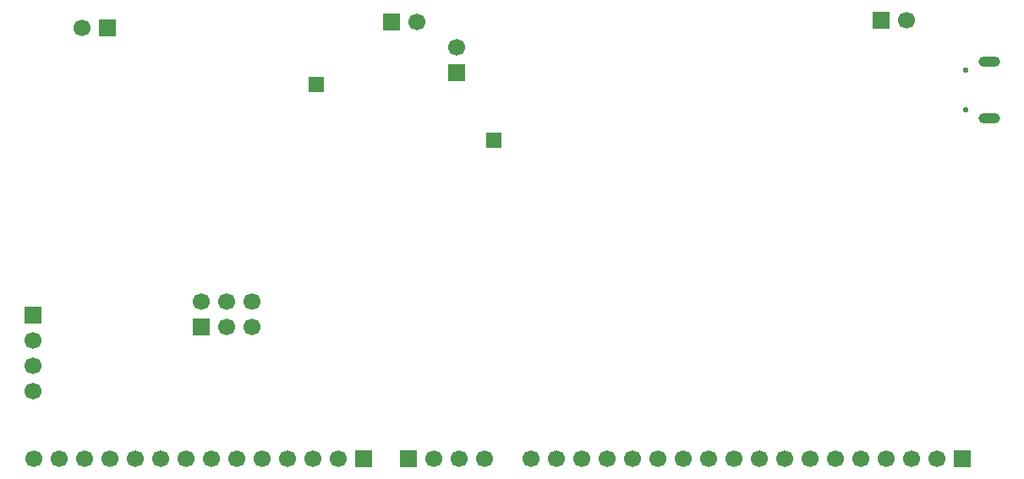
<source format=gbr>
%TF.GenerationSoftware,KiCad,Pcbnew,9.0.6*%
%TF.CreationDate,2025-12-08T21:22:17+01:00*%
%TF.ProjectId,AUPWSW,41555057-5357-42e6-9b69-6361645f7063,rev?*%
%TF.SameCoordinates,Original*%
%TF.FileFunction,Soldermask,Bot*%
%TF.FilePolarity,Negative*%
%FSLAX46Y46*%
G04 Gerber Fmt 4.6, Leading zero omitted, Abs format (unit mm)*
G04 Created by KiCad (PCBNEW 9.0.6) date 2025-12-08 21:22:17*
%MOMM*%
%LPD*%
G01*
G04 APERTURE LIST*
%ADD10R,1.700000X1.700000*%
%ADD11C,1.700000*%
%ADD12C,0.550000*%
%ADD13O,2.150000X1.050000*%
%ADD14R,1.500000X1.500000*%
G04 APERTURE END LIST*
D10*
%TO.C,J9*%
X102600000Y-82590000D03*
D11*
X102600000Y-85130000D03*
X102600000Y-87670000D03*
X102600000Y-90210000D03*
%TD*%
D12*
%TO.C,J7*%
X196025000Y-62000000D03*
X196025000Y-58000000D03*
D13*
X198375000Y-62825000D03*
X198375000Y-57175000D03*
%TD*%
D10*
%TO.C,J6*%
X140190000Y-97000000D03*
D11*
X142730000Y-97000000D03*
X145270000Y-97000000D03*
X147810000Y-97000000D03*
%TD*%
D14*
%TO.C,TP1*%
X148717000Y-65024000D03*
%TD*%
D10*
%TO.C,J3*%
X187525000Y-53000000D03*
D11*
X190065000Y-53000000D03*
%TD*%
D14*
%TO.C,TP2*%
X130937000Y-59436000D03*
%TD*%
D10*
%TO.C,J8*%
X110075000Y-53800000D03*
D11*
X107535000Y-53800000D03*
%TD*%
D10*
%TO.C,J1*%
X138500000Y-53212500D03*
D11*
X141040000Y-53212500D03*
%TD*%
D10*
%TO.C,J10*%
X195680000Y-97000000D03*
D11*
X193140000Y-97000000D03*
X190600000Y-97000000D03*
X188060000Y-97000000D03*
X185520000Y-97000000D03*
X182980000Y-97000000D03*
X180440000Y-97000000D03*
X177900000Y-97000000D03*
X175360000Y-97000000D03*
X172820000Y-97000000D03*
X170280000Y-97000000D03*
X167740000Y-97000000D03*
X165200000Y-97000000D03*
X162660000Y-97000000D03*
X160120000Y-97000000D03*
X157580000Y-97000000D03*
X155040000Y-97000000D03*
X152500000Y-97000000D03*
%TD*%
D10*
%TO.C,J4*%
X135700000Y-97000000D03*
D11*
X133160000Y-97000000D03*
X130620000Y-97000000D03*
X128080000Y-97000000D03*
X125540000Y-97000000D03*
X123000000Y-97000000D03*
X120460000Y-97000000D03*
X117920000Y-97000000D03*
X115380000Y-97000000D03*
X112840000Y-97000000D03*
X110300000Y-97000000D03*
X107760000Y-97000000D03*
X105220000Y-97000000D03*
X102680000Y-97000000D03*
%TD*%
D10*
%TO.C,J5*%
X119420000Y-83770000D03*
D11*
X119420000Y-81230000D03*
X121960000Y-83770000D03*
X121960000Y-81230000D03*
X124500000Y-83770000D03*
X124500000Y-81230000D03*
%TD*%
D10*
%TO.C,J2*%
X145034000Y-58293000D03*
D11*
X145034000Y-55753000D03*
%TD*%
M02*

</source>
